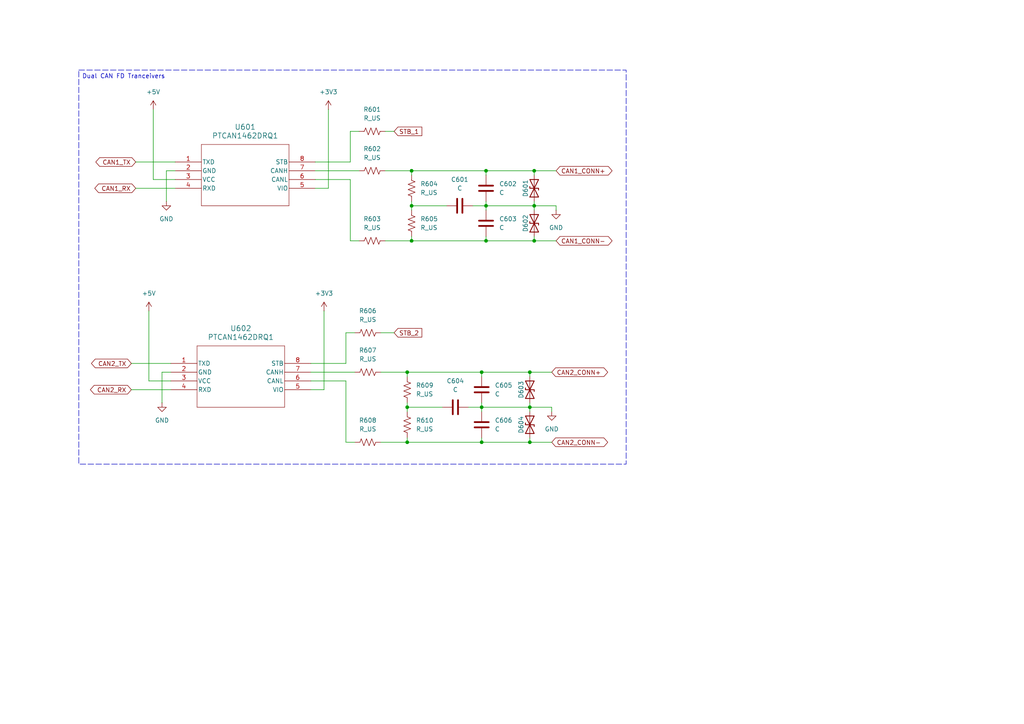
<source format=kicad_sch>
(kicad_sch (version 20231120) (generator "eeschema") (generator_version "8.0")
  (paper "A4")
  (lib_symbols
    (symbol "Device:C" (pin_numbers hide) (pin_names (offset 0.254))
      (property "Reference" "C" (at 0.635 2.54 0))
      (property "Value" "C" (at 0.635 -2.54 0))
      (symbol "C_0_1"
        (polyline (pts (xy -2.032 -0.762) (xy 2.032 -0.762)) (stroke (width 0.508)))
        (polyline (pts (xy -2.032 0.762) (xy 2.032 0.762)) (stroke (width 0.508)))
      )
      (symbol "C_1_1"
        (pin passive line (at 0 3.81 270) (length 2.794) (name "~") (number "1"))
        (pin passive line (at 0 -3.81 90) (length 2.794) (name "~") (number "2"))
      )
    )
    (symbol "Device:D_TVS" (pin_numbers hide) (pin_names (offset 1.016) hide)
      (property "Reference" "D" (at 0 2.54 0))
      (property "Value" "D_TVS" (at 0 -2.54 0))
      (symbol "D_TVS_0_1"
        (polyline (pts (xy 1.27 0) (xy -1.27 0)))
        (polyline (pts (xy 0.508 1.27) (xy 0 1.27) (xy 0 -1.27) (xy -0.508 -1.27)) (stroke (width 0.254)))
        (polyline (pts (xy -2.54 1.27) (xy -2.54 -1.27) (xy 2.54 1.27) (xy 2.54 -1.27) (xy -2.54 1.27)) (stroke (width 0.254)))
      )
      (symbol "D_TVS_1_1"
        (pin passive line (at -3.81 0 0) (length 2.54) (name "A1") (number "1"))
        (pin passive line (at 3.81 0 180) (length 2.54) (name "A2") (number "2"))
      )
    )
    (symbol "Device:R_US" (pin_numbers hide) (pin_names (offset 0))
      (property "Reference" "R" (at 2.54 0 90))
      (property "Value" "R_US" (at -2.54 0 90))
      (symbol "R_US_0_1"
        (polyline (pts (xy 0 -2.286) (xy 0 -2.54)))
        (polyline (pts (xy 0 2.286) (xy 0 2.54)))
        (polyline (pts (xy 0 -0.762) (xy 1.016 -1.143) (xy 0 -1.524) (xy -1.016 -1.905) (xy 0 -2.286)))
        (polyline (pts (xy 0 0.762) (xy 1.016 0.381) (xy 0 0) (xy -1.016 -0.381) (xy 0 -0.762)))
        (polyline (pts (xy 0 2.286) (xy 1.016 1.905) (xy 0 1.524) (xy -1.016 1.143) (xy 0 0.762)))
      )
      (symbol "R_US_1_1"
        (pin passive line (at 0 3.81 270) (length 1.27) (name "~") (number "1"))
        (pin passive line (at 0 -3.81 90) (length 1.27) (name "~") (number "2"))
      )
    )
    (symbol "TCAN1462:PTCAN1462DRQ1" (pin_names (offset 0.254))
      (property "Reference" "U" (at 20.32 10.16 0))
      (property "Value" "PTCAN1462DRQ1" (at 20.32 7.62 0))
      (symbol "PTCAN1462DRQ1_0_1"
        (polyline (pts (xy 7.62 -12.7) (xy 33.02 -12.7)) (stroke (width 0.127)))
        (polyline (pts (xy 7.62 5.08) (xy 7.62 -12.7)) (stroke (width 0.127)))
        (polyline (pts (xy 33.02 -12.7) (xy 33.02 5.08)) (stroke (width 0.127)))
        (polyline (pts (xy 33.02 5.08) (xy 7.62 5.08)) (stroke (width 0.127)))
        (pin input line (at 0 0 0) (length 7.62) (name "TXD") (number "1"))
        (pin power_out line (at 0 -2.54 0) (length 7.62) (name "GND") (number "2"))
        (pin power_in line (at 0 -5.08 0) (length 7.62) (name "VCC") (number "3"))
        (pin output line (at 0 -7.62 0) (length 7.62) (name "RXD") (number "4"))
        (pin power_in line (at 40.64 -7.62 180) (length 7.62) (name "VIO") (number "5"))
        (pin bidirectional line (at 40.64 -5.08 180) (length 7.62) (name "CANL") (number "6"))
        (pin bidirectional line (at 40.64 -2.54 180) (length 7.62) (name "CANH") (number "7"))
        (pin input line (at 40.64 0 180) (length 7.62) (name "STB") (number "8"))
      )
    )
    (symbol "power:+3V3" (power) (pin_numbers hide) (pin_names (offset 0) hide)
      (property "Value" "+3V3" (at 0 3.556 0))
      (symbol "+3V3_0_1"
        (polyline (pts (xy -0.762 1.27) (xy 0 2.54)))
        (polyline (pts (xy 0 0) (xy 0 2.54)))
        (polyline (pts (xy 0 2.54) (xy 0.762 1.27)))
      )
      (symbol "+3V3_1_1"
        (pin power_in line (at 0 0 90) (length 0) (name "~") (number "1"))
      )
    )
    (symbol "power:+5V" (power) (pin_numbers hide) (pin_names (offset 0) hide)
      (property "Value" "+5V" (at 0 3.556 0))
      (symbol "+5V_0_1"
        (polyline (pts (xy -0.762 1.27) (xy 0 2.54)))
        (polyline (pts (xy 0 0) (xy 0 2.54)))
        (polyline (pts (xy 0 2.54) (xy 0.762 1.27)))
      )
      (symbol "+5V_1_1"
        (pin power_in line (at 0 0 90) (length 0) (name "~") (number "1"))
      )
    )
    (symbol "power:GND" (power) (pin_numbers hide) (pin_names (offset 0) hide)
      (property "Value" "GND" (at 0 -3.81 0))
      (symbol "GND_0_1"
        (polyline (pts (xy 0 0) (xy 0 -1.27) (xy 1.27 -1.27) (xy 0 -2.54) (xy -1.27 -1.27) (xy 0 -1.27)))
      )
      (symbol "GND_1_1"
        (pin power_in line (at 0 0 270) (length 0) (name "~") (number "1"))
      )
    )
  )
  (junction (at 139.7 118.11))
  (junction (at 118.11 118.11))
  (junction (at 154.94 69.85))
  (junction (at 119.38 69.85))
  (junction (at 153.67 128.27))
  (junction (at 139.7 128.27))
  (junction (at 139.7 107.95))
  (junction (at 119.38 49.53))
  (junction (at 153.67 118.11))
  (junction (at 154.94 59.69))
  (junction (at 119.38 59.69))
  (junction (at 118.11 107.95))
  (junction (at 140.97 59.69))
  (junction (at 140.97 49.53))
  (junction (at 118.11 128.27))
  (junction (at 153.67 107.95))
  (junction (at 140.97 69.85))
  (junction (at 154.94 49.53))
  (wire (pts (xy 139.7 118.11) (xy 139.7 119.38)))
  (wire (pts (xy 100.33 105.41) (xy 100.33 96.52)))
  (wire (pts (xy 137.16 59.69) (xy 140.97 59.69)))
  (wire (pts (xy 48.26 49.53) (xy 50.8 49.53)))
  (wire (pts (xy 119.38 69.85) (xy 119.38 68.58)))
  (wire (pts (xy 91.44 54.61) (xy 95.25 54.61)))
  (wire (pts (xy 111.76 49.53) (xy 119.38 49.53)))
  (wire (pts (xy 111.76 38.1) (xy 114.3 38.1)))
  (wire (pts (xy 101.6 52.07) (xy 101.6 69.85)))
  (wire (pts (xy 39.37 54.61) (xy 50.8 54.61)))
  (wire (pts (xy 118.11 128.27) (xy 139.7 128.27)))
  (wire (pts (xy 154.94 58.42) (xy 154.94 59.69)))
  (wire (pts (xy 139.7 116.84) (xy 139.7 118.11)))
  (wire (pts (xy 153.67 116.84) (xy 153.67 118.11)))
  (wire (pts (xy 118.11 128.27) (xy 118.11 127)))
  (wire (pts (xy 153.67 128.27) (xy 153.67 127)))
  (wire (pts (xy 135.89 118.11) (xy 139.7 118.11)))
  (wire (pts (xy 91.44 52.07) (xy 101.6 52.07)))
  (wire (pts (xy 118.11 116.84) (xy 118.11 118.11)))
  (wire (pts (xy 154.94 59.69) (xy 154.94 60.96)))
  (wire (pts (xy 46.99 116.84) (xy 46.99 107.95)))
  (wire (pts (xy 43.18 110.49) (xy 43.18 90.17)))
  (wire (pts (xy 91.44 49.53) (xy 104.14 49.53)))
  (wire (pts (xy 48.26 58.42) (xy 48.26 49.53)))
  (wire (pts (xy 154.94 50.8) (xy 154.94 49.53)))
  (wire (pts (xy 153.67 118.11) (xy 160.02 118.11)))
  (wire (pts (xy 140.97 59.69) (xy 140.97 60.96)))
  (wire (pts (xy 38.1 113.03) (xy 49.53 113.03)))
  (wire (pts (xy 39.37 46.99) (xy 50.8 46.99)))
  (wire (pts (xy 154.94 59.69) (xy 161.29 59.69)))
  (wire (pts (xy 100.33 96.52) (xy 102.87 96.52)))
  (wire (pts (xy 50.8 52.07) (xy 44.45 52.07)))
  (wire (pts (xy 153.67 109.22) (xy 153.67 107.95)))
  (wire (pts (xy 118.11 118.11) (xy 118.11 119.38)))
  (wire (pts (xy 119.38 59.69) (xy 119.38 60.96)))
  (wire (pts (xy 118.11 107.95) (xy 139.7 107.95)))
  (wire (pts (xy 161.29 59.69) (xy 161.29 60.96)))
  (wire (pts (xy 119.38 49.53) (xy 119.38 50.8)))
  (wire (pts (xy 114.3 96.52) (xy 110.49 96.52)))
  (wire (pts (xy 140.97 69.85) (xy 140.97 68.58)))
  (wire (pts (xy 140.97 49.53) (xy 140.97 50.8)))
  (wire (pts (xy 139.7 128.27) (xy 139.7 127)))
  (wire (pts (xy 153.67 118.11) (xy 153.67 119.38)))
  (wire (pts (xy 153.67 107.95) (xy 139.7 107.95)))
  (wire (pts (xy 139.7 107.95) (xy 139.7 109.22)))
  (wire (pts (xy 139.7 128.27) (xy 153.67 128.27)))
  (wire (pts (xy 119.38 69.85) (xy 140.97 69.85)))
  (wire (pts (xy 90.17 110.49) (xy 100.33 110.49)))
  (wire (pts (xy 154.94 49.53) (xy 140.97 49.53)))
  (wire (pts (xy 140.97 59.69) (xy 154.94 59.69)))
  (wire (pts (xy 101.6 46.99) (xy 101.6 38.1)))
  (wire (pts (xy 154.94 69.85) (xy 161.29 69.85)))
  (wire (pts (xy 101.6 69.85) (xy 104.14 69.85)))
  (wire (pts (xy 44.45 52.07) (xy 44.45 31.75)))
  (wire (pts (xy 118.11 107.95) (xy 118.11 109.22)))
  (wire (pts (xy 101.6 38.1) (xy 104.14 38.1)))
  (wire (pts (xy 90.17 113.03) (xy 93.98 113.03)))
  (wire (pts (xy 111.76 69.85) (xy 119.38 69.85)))
  (wire (pts (xy 154.94 49.53) (xy 161.29 49.53)))
  (wire (pts (xy 100.33 128.27) (xy 102.87 128.27)))
  (wire (pts (xy 119.38 58.42) (xy 119.38 59.69)))
  (wire (pts (xy 93.98 90.17) (xy 93.98 113.03)))
  (wire (pts (xy 95.25 31.75) (xy 95.25 54.61)))
  (wire (pts (xy 153.67 128.27) (xy 160.02 128.27)))
  (wire (pts (xy 90.17 107.95) (xy 102.87 107.95)))
  (wire (pts (xy 49.53 110.49) (xy 43.18 110.49)))
  (wire (pts (xy 139.7 118.11) (xy 153.67 118.11)))
  (wire (pts (xy 90.17 105.41) (xy 100.33 105.41)))
  (wire (pts (xy 119.38 59.69) (xy 129.54 59.69)))
  (wire (pts (xy 119.38 49.53) (xy 140.97 49.53)))
  (wire (pts (xy 91.44 46.99) (xy 101.6 46.99)))
  (wire (pts (xy 100.33 110.49) (xy 100.33 128.27)))
  (wire (pts (xy 140.97 58.42) (xy 140.97 59.69)))
  (wire (pts (xy 140.97 69.85) (xy 154.94 69.85)))
  (wire (pts (xy 153.67 107.95) (xy 160.02 107.95)))
  (wire (pts (xy 118.11 118.11) (xy 128.27 118.11)))
  (wire (pts (xy 154.94 69.85) (xy 154.94 68.58)))
  (wire (pts (xy 160.02 118.11) (xy 160.02 119.38)))
  (wire (pts (xy 110.49 107.95) (xy 118.11 107.95)))
  (wire (pts (xy 38.1 105.41) (xy 49.53 105.41)))
  (wire (pts (xy 110.49 128.27) (xy 118.11 128.27)))
  (wire (pts (xy 46.99 107.95) (xy 49.53 107.95)))
  (text_box "Dual CAN FD Tranceivers \n" (at 22.86 20.32 0) (size 158.75 114.3) (stroke (width 0) (type dash)) (effects (font (size 1.27 1.27)) (justify left top)))
  (global_label "CAN2_TX" (shape bidirectional) (at 38.1 105.41 180) (property "Intersheetrefs" "${INTERSHEET_REFS}" (effects (hide yes))))
  (global_label "CAN2_CONN-" (shape bidirectional) (at 160.02 128.27 0) (property "Intersheetrefs" "${INTERSHEET_REFS}" (effects (hide yes))))
  (global_label "STB_2" (shape input) (at 114.3 96.52 0) (property "Intersheetrefs" "${INTERSHEET_REFS}" (effects (hide yes))))
  (global_label "CAN1_TX" (shape bidirectional) (at 39.37 46.99 180) (property "Intersheetrefs" "${INTERSHEET_REFS}" (effects (hide yes))))
  (global_label "CAN1_CONN-" (shape bidirectional) (at 161.29 69.85 0) (property "Intersheetrefs" "${INTERSHEET_REFS}" (effects (hide yes))))
  (global_label "CAN1_CONN+" (shape bidirectional) (at 161.29 49.53 0) (property "Intersheetrefs" "${INTERSHEET_REFS}" (effects (hide yes))))
  (global_label "CAN2_CONN+" (shape bidirectional) (at 160.02 107.95 0) (property "Intersheetrefs" "${INTERSHEET_REFS}" (effects (hide yes))))
  (global_label "CAN1_RX" (shape bidirectional) (at 39.37 54.61 180) (property "Intersheetrefs" "${INTERSHEET_REFS}" (effects (hide yes))))
  (global_label "CAN2_RX" (shape bidirectional) (at 38.1 113.03 180) (property "Intersheetrefs" "${INTERSHEET_REFS}" (effects (hide yes))))
  (global_label "STB_1" (shape input) (at 114.3 38.1 0) (property "Intersheetrefs" "${INTERSHEET_REFS}" (effects (hide yes))))
  (symbol (lib_id "Device:R_US") (at 118.11 113.03 180) (unit 1)
    (property "Reference" "R609" (at 120.65 111.7599 0) (effects (justify right)))
    (property "Value" "R_US" (at 120.65 114.2999 0) (effects (justify right)))
    (property "Description" "Resistor, US symbol" (effects (hide yes)))
  )
  (symbol (lib_id "power:GND") (at 161.29 60.96 0) (unit 1)
    (property "Reference" "#PWR0603" (effects (hide yes)))
    (property "Value" "GND" (at 161.29 66.04 0))
    (property "Description" "Power symbol creates a global label with name \"GND\" , ground" (effects (hide yes)))
  )
  (symbol (lib_id "TCAN1462:PTCAN1462DRQ1") (at 50.8 46.99 0) (unit 1)
    (property "Reference" "U601" (at 71.12 36.83 0) (effects (font (size 1.524 1.524))))
    (property "Value" "PTCAN1462DRQ1" (at 71.12 39.37 0) (effects (font (size 1.524 1.524))))
    (property "Footprint" "TCAN:TCAN" (effects (hide yes)))
    (property "Datasheet" "PTCAN1462DRQ1" (effects (hide yes)))
  )
  (symbol (lib_id "Device:R_US") (at 106.68 96.52 90) (unit 1)
    (property "Reference" "R606" (at 106.68 90.17 90))
    (property "Value" "R_US" (at 106.68 92.71 90))
    (property "Description" "Resistor, US symbol" (effects (hide yes)))
  )
  (symbol (lib_id "Device:R_US") (at 106.68 128.27 90) (unit 1)
    (property "Reference" "R608" (at 106.68 121.92 90))
    (property "Value" "R_US" (at 106.68 124.46 90))
    (property "Description" "Resistor, US symbol" (effects (hide yes)))
  )
  (symbol (lib_id "power:+3V3") (at 93.98 90.17 0) (unit 1)
    (property "Reference" "#PWR0607" (effects (hide yes)))
    (property "Value" "+3V3" (at 93.98 85.09 0))
    (property "Description" "Power symbol creates a global label with name \"+3V3\"" (effects (hide yes)))
  )
  (symbol (lib_id "Device:D_TVS") (at 154.94 64.77 90) (unit 1)
    (property "Reference" "D602" (at 152.4 64.77 0))
    (property "Value" "D_TVS" (effects (hide yes)))
    (property "Footprint" "Diode_SMD:D_SOD-323" (effects (hide yes)))
    (property "Description" "Bidirectional transient-voltage-suppression diode" (effects (hide yes)))
  )
  (symbol (lib_id "Device:R_US") (at 118.11 123.19 180) (unit 1)
    (property "Reference" "R610" (at 120.65 121.9199 0) (effects (justify right)))
    (property "Value" "R_US" (at 120.65 124.4599 0) (effects (justify right)))
    (property "Description" "Resistor, US symbol" (effects (hide yes)))
  )
  (symbol (lib_id "power:GND") (at 160.02 119.38 0) (unit 1)
    (property "Reference" "#PWR0608" (effects (hide yes)))
    (property "Value" "GND" (at 160.02 124.46 0))
    (property "Description" "Power symbol creates a global label with name \"GND\" , ground" (effects (hide yes)))
  )
  (symbol (lib_id "Device:C") (at 140.97 64.77 180) (unit 1)
    (property "Reference" "C603" (at 144.78 63.4999 0) (effects (justify right)))
    (property "Value" "C" (at 144.78 66.0399 0) (effects (justify right)))
    (property "Description" "Unpolarized capacitor" (effects (hide yes)))
  )
  (symbol (lib_id "power:GND") (at 46.99 116.84 0) (unit 1)
    (property "Reference" "#PWR0606" (effects (hide yes)))
    (property "Value" "GND" (at 46.99 121.92 0))
    (property "Description" "Power symbol creates a global label with name \"GND\" , ground" (effects (hide yes)))
  )
  (symbol (lib_id "Device:C") (at 133.35 59.69 90) (unit 1)
    (property "Reference" "C601" (at 133.35 52.07 90))
    (property "Value" "C" (at 133.35 54.61 90))
    (property "Description" "Unpolarized capacitor" (effects (hide yes)))
  )
  (symbol (lib_id "power:+3V3") (at 95.25 31.75 0) (unit 1)
    (property "Reference" "#PWR0604" (effects (hide yes)))
    (property "Value" "+3V3" (at 95.25 26.67 0))
    (property "Description" "Power symbol creates a global label with name \"+3V3\"" (effects (hide yes)))
  )
  (symbol (lib_id "Device:C") (at 140.97 54.61 180) (unit 1)
    (property "Reference" "C602" (at 144.78 53.3399 0) (effects (justify right)))
    (property "Value" "C" (at 144.78 55.8799 0) (effects (justify right)))
    (property "Description" "Unpolarized capacitor" (effects (hide yes)))
  )
  (symbol (lib_id "Device:D_TVS") (at 153.67 113.03 90) (unit 1)
    (property "Reference" "D603" (at 151.13 113.03 0))
    (property "Value" "D_TVS" (effects (hide yes)))
    (property "Footprint" "Diode_SMD:D_SOD-323" (effects (hide yes)))
    (property "Description" "Bidirectional transient-voltage-suppression diode" (effects (hide yes)))
  )
  (symbol (lib_id "power:+5V") (at 43.18 90.17 0) (unit 1)
    (property "Reference" "#PWR0605" (effects (hide yes)))
    (property "Value" "+5V" (at 43.18 85.09 0))
    (property "Description" "Power symbol creates a global label with name \"+5V\"" (effects (hide yes)))
  )
  (symbol (lib_id "Device:C") (at 139.7 113.03 180) (unit 1)
    (property "Reference" "C605" (at 143.51 111.7599 0) (effects (justify right)))
    (property "Value" "C" (at 143.51 114.2999 0) (effects (justify right)))
    (property "Description" "Unpolarized capacitor" (effects (hide yes)))
  )
  (symbol (lib_id "power:GND") (at 48.26 58.42 0) (unit 1)
    (property "Reference" "#PWR0601" (effects (hide yes)))
    (property "Value" "GND" (at 48.26 63.5 0))
    (property "Description" "Power symbol creates a global label with name \"GND\" , ground" (effects (hide yes)))
  )
  (symbol (lib_id "Device:D_TVS") (at 154.94 54.61 90) (unit 1)
    (property "Reference" "D601" (at 152.4 54.61 0))
    (property "Value" "D_TVS" (effects (hide yes)))
    (property "Footprint" "Diode_SMD:D_SOD-323" (effects (hide yes)))
    (property "Description" "Bidirectional transient-voltage-suppression diode" (effects (hide yes)))
  )
  (symbol (lib_id "Device:D_TVS") (at 153.67 123.19 90) (unit 1)
    (property "Reference" "D604" (at 151.13 123.19 0))
    (property "Value" "D_TVS" (effects (hide yes)))
    (property "Footprint" "Diode_SMD:D_SOD-323" (effects (hide yes)))
    (property "Description" "Bidirectional transient-voltage-suppression diode" (effects (hide yes)))
  )
  (symbol (lib_id "Device:R_US") (at 119.38 64.77 180) (unit 1)
    (property "Reference" "R605" (at 121.92 63.4999 0) (effects (justify right)))
    (property "Value" "R_US" (at 121.92 66.0399 0) (effects (justify right)))
    (property "Description" "Resistor, US symbol" (effects (hide yes)))
  )
  (symbol (lib_id "TCAN1462:PTCAN1462DRQ1") (at 49.53 105.41 0) (unit 1)
    (property "Reference" "U602" (at 69.85 95.25 0) (effects (font (size 1.524 1.524))))
    (property "Value" "PTCAN1462DRQ1" (at 69.85 97.79 0) (effects (font (size 1.524 1.524))))
    (property "Footprint" "TCAN:TCAN" (effects (hide yes)))
    (property "Datasheet" "PTCAN1462DRQ1" (effects (hide yes)))
  )
  (symbol (lib_id "power:+5V") (at 44.45 31.75 0) (unit 1)
    (property "Reference" "#PWR0602" (effects (hide yes)))
    (property "Value" "+5V" (at 44.45 26.67 0))
    (property "Description" "Power symbol creates a global label with name \"+5V\"" (effects (hide yes)))
  )
  (symbol (lib_id "Device:R_US") (at 107.95 69.85 90) (unit 1)
    (property "Reference" "R603" (at 107.95 63.5 90))
    (property "Value" "R_US" (at 107.95 66.04 90))
    (property "Description" "Resistor, US symbol" (effects (hide yes)))
  )
  (symbol (lib_id "Device:C") (at 139.7 123.19 180) (unit 1)
    (property "Reference" "C606" (at 143.51 121.9199 0) (effects (justify right)))
    (property "Value" "C" (at 143.51 124.4599 0) (effects (justify right)))
    (property "Description" "Unpolarized capacitor" (effects (hide yes)))
  )
  (symbol (lib_id "Device:R_US") (at 106.68 107.95 90) (unit 1)
    (property "Reference" "R607" (at 106.68 101.6 90))
    (property "Value" "R_US" (at 106.68 104.14 90))
    (property "Description" "Resistor, US symbol" (effects (hide yes)))
  )
  (symbol (lib_id "Device:R_US") (at 107.95 38.1 90) (unit 1)
    (property "Reference" "R601" (at 107.95 31.75 90))
    (property "Value" "R_US" (at 107.95 34.29 90))
    (property "Description" "Resistor, US symbol" (effects (hide yes)))
  )
  (symbol (lib_id "Device:C") (at 132.08 118.11 90) (unit 1)
    (property "Reference" "C604" (at 132.08 110.49 90))
    (property "Value" "C" (at 132.08 113.03 90))
    (property "Description" "Unpolarized capacitor" (effects (hide yes)))
  )
  (symbol (lib_id "Device:R_US") (at 107.95 49.53 90) (unit 1)
    (property "Reference" "R602" (at 107.95 43.18 90))
    (property "Value" "R_US" (at 107.95 45.72 90))
    (property "Description" "Resistor, US symbol" (effects (hide yes)))
  )
  (symbol (lib_id "Device:R_US") (at 119.38 54.61 180) (unit 1)
    (property "Reference" "R604" (at 121.92 53.3399 0) (effects (justify right)))
    (property "Value" "R_US" (at 121.92 55.8799 0) (effects (justify right)))
    (property "Description" "Resistor, US symbol" (effects (hide yes)))
  )
)
</source>
